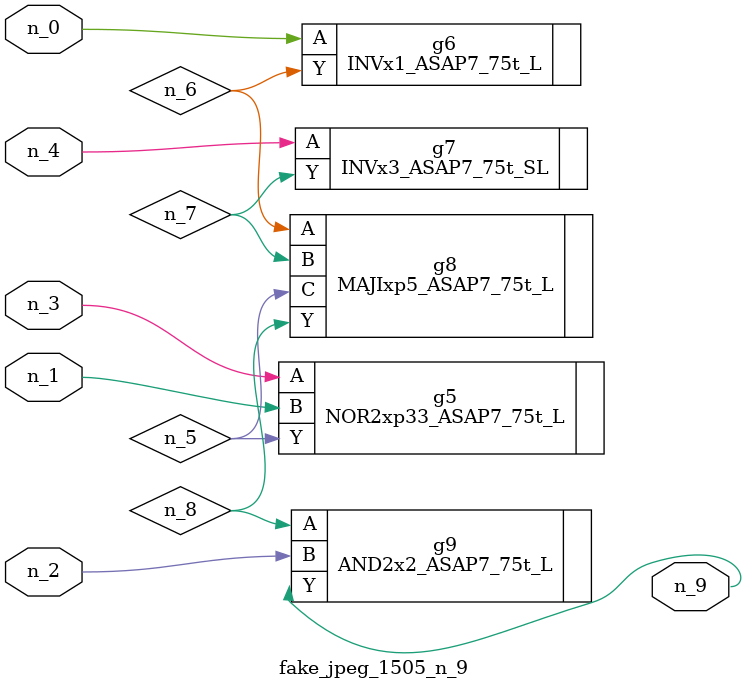
<source format=v>
module fake_jpeg_1505_n_9 (n_3, n_2, n_1, n_0, n_4, n_9);

input n_3;
input n_2;
input n_1;
input n_0;
input n_4;

output n_9;

wire n_8;
wire n_6;
wire n_5;
wire n_7;

NOR2xp33_ASAP7_75t_L g5 ( 
.A(n_3),
.B(n_1),
.Y(n_5)
);

INVx1_ASAP7_75t_L g6 ( 
.A(n_0),
.Y(n_6)
);

INVx3_ASAP7_75t_SL g7 ( 
.A(n_4),
.Y(n_7)
);

MAJIxp5_ASAP7_75t_L g8 ( 
.A(n_6),
.B(n_7),
.C(n_5),
.Y(n_8)
);

AND2x2_ASAP7_75t_L g9 ( 
.A(n_8),
.B(n_2),
.Y(n_9)
);


endmodule
</source>
